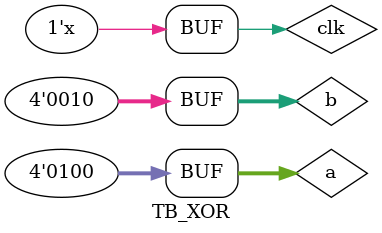
<source format=v>
`timescale 1 ns/ 1 ps

module TB_XOR;
  
  reg clk;
  reg [3:0] c;
  reg [3:0] a;
  reg [3:0] b;
  
  initial
    clk = 1'b0;
    
  always
    #10 clk = ~clk;
    
  always @ (posedge clk) begin
    c <= a ^ b;
  end
  
  
  initial begin
    a <= 4'd8;
    b <= 4'd1;
    #10
    a <= 4'd4;
    b <= 4'd2;
  end
  
endmodule
</source>
